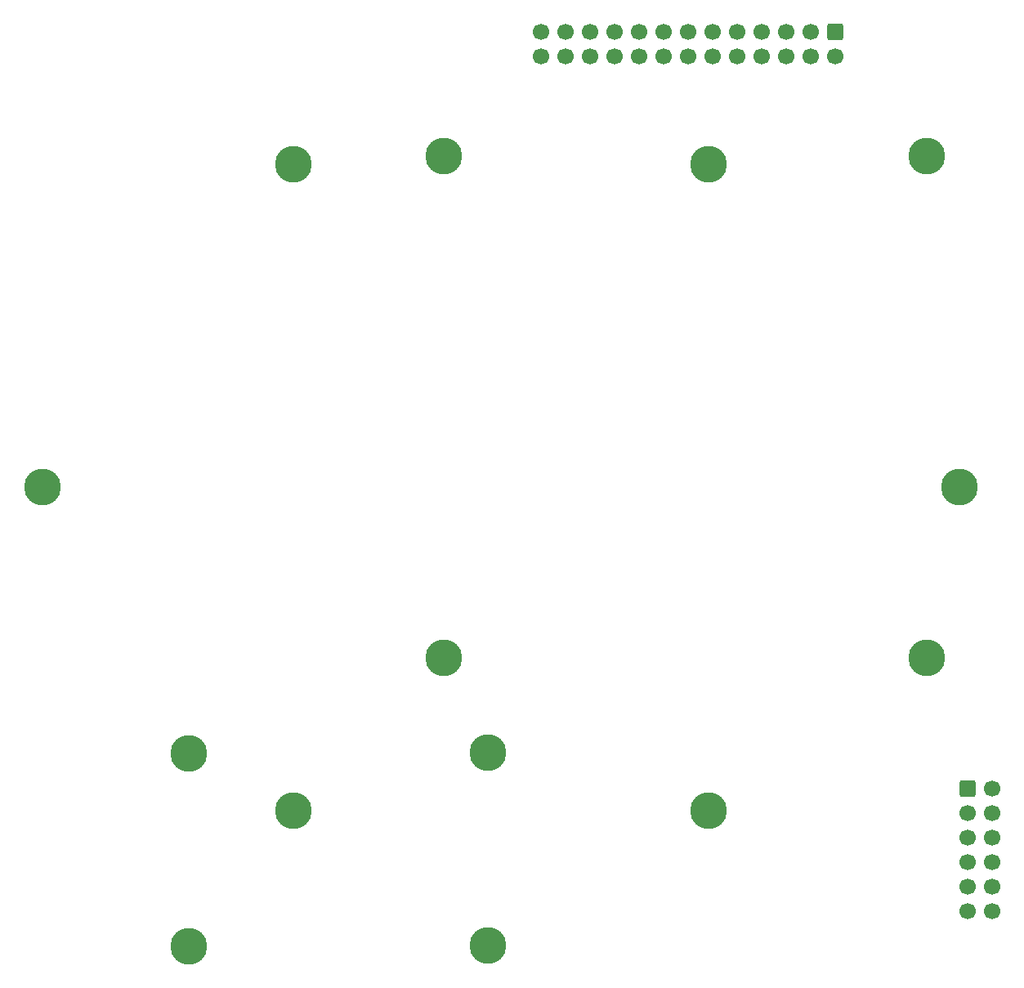
<source format=gbr>
%TF.GenerationSoftware,KiCad,Pcbnew,9.0.1*%
%TF.CreationDate,2025-05-18T15:09:49+03:00*%
%TF.ProjectId,gnss_motherboard,676e7373-5f6d-46f7-9468-6572626f6172,rev?*%
%TF.SameCoordinates,Original*%
%TF.FileFunction,Soldermask,Bot*%
%TF.FilePolarity,Negative*%
%FSLAX46Y46*%
G04 Gerber Fmt 4.6, Leading zero omitted, Abs format (unit mm)*
G04 Created by KiCad (PCBNEW 9.0.1) date 2025-05-18 15:09:49*
%MOMM*%
%LPD*%
G01*
G04 APERTURE LIST*
G04 Aperture macros list*
%AMRoundRect*
0 Rectangle with rounded corners*
0 $1 Rounding radius*
0 $2 $3 $4 $5 $6 $7 $8 $9 X,Y pos of 4 corners*
0 Add a 4 corners polygon primitive as box body*
4,1,4,$2,$3,$4,$5,$6,$7,$8,$9,$2,$3,0*
0 Add four circle primitives for the rounded corners*
1,1,$1+$1,$2,$3*
1,1,$1+$1,$4,$5*
1,1,$1+$1,$6,$7*
1,1,$1+$1,$8,$9*
0 Add four rect primitives between the rounded corners*
20,1,$1+$1,$2,$3,$4,$5,0*
20,1,$1+$1,$4,$5,$6,$7,0*
20,1,$1+$1,$6,$7,$8,$9,0*
20,1,$1+$1,$8,$9,$2,$3,0*%
G04 Aperture macros list end*
%ADD10C,3.800000*%
%ADD11RoundRect,0.250000X-0.600000X0.600000X-0.600000X-0.600000X0.600000X-0.600000X0.600000X0.600000X0*%
%ADD12C,1.700000*%
%ADD13RoundRect,0.250000X-0.600000X-0.600000X0.600000X-0.600000X0.600000X0.600000X-0.600000X0.600000X0*%
G04 APERTURE END LIST*
D10*
%TO.C,H4*%
X136759999Y-103990000D03*
%TD*%
%TO.C,H9*%
X136759999Y-51990000D03*
%TD*%
%TO.C,H5*%
X186759999Y-51990000D03*
%TD*%
%TO.C,H14*%
X141350000Y-133800000D03*
%TD*%
%TO.C,H13*%
X110352000Y-133821971D03*
%TD*%
%TO.C,H12*%
X164200000Y-119800000D03*
%TD*%
%TO.C,H11*%
X95200000Y-86300000D03*
%TD*%
%TO.C,H10*%
X186759999Y-103990000D03*
%TD*%
%TO.C,H8*%
X141350000Y-113790000D03*
%TD*%
%TO.C,H7*%
X190200000Y-86300000D03*
%TD*%
%TO.C,H6*%
X164200000Y-52800000D03*
%TD*%
%TO.C,H3*%
X110352000Y-113821971D03*
%TD*%
%TO.C,H2*%
X121200000Y-119800000D03*
%TD*%
%TO.C,H1*%
X121200000Y-52800000D03*
%TD*%
D11*
%TO.C,J1*%
X177320000Y-39060000D03*
D12*
X177320000Y-41600000D03*
X174780000Y-39060000D03*
X174780000Y-41600000D03*
X172240000Y-39060000D03*
X172240000Y-41600000D03*
X169700000Y-39060000D03*
X169700000Y-41600000D03*
X167160000Y-39060000D03*
X167160000Y-41600000D03*
X164620000Y-39060000D03*
X164620000Y-41600000D03*
X162080000Y-39060000D03*
X162080000Y-41600000D03*
X159540000Y-39060000D03*
X159540000Y-41600000D03*
X157000000Y-39060000D03*
X157000000Y-41600000D03*
X154460000Y-39060000D03*
X154460000Y-41600000D03*
X151920000Y-39060000D03*
X151920000Y-41600000D03*
X149380000Y-39060000D03*
X149380000Y-41600000D03*
X146840000Y-39060000D03*
X146840000Y-41600000D03*
%TD*%
D13*
%TO.C,J2*%
X191000000Y-117520000D03*
D12*
X193540000Y-117520000D03*
X191000000Y-120060000D03*
X193540000Y-120060000D03*
X191000000Y-122600000D03*
X193540000Y-122600000D03*
X191000000Y-125140000D03*
X193540000Y-125140000D03*
X191000000Y-127680000D03*
X193540000Y-127680000D03*
X191000000Y-130220000D03*
X193540000Y-130220000D03*
%TD*%
M02*

</source>
